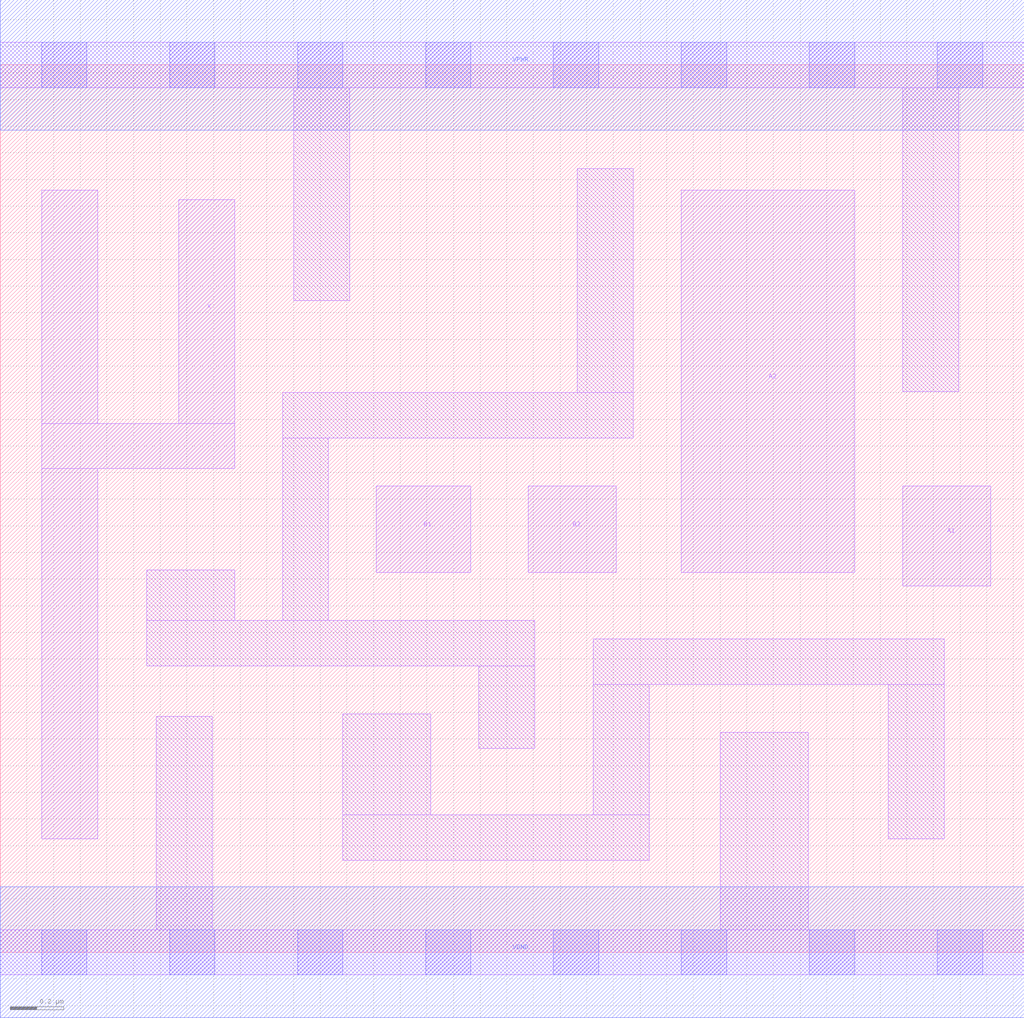
<source format=lef>
# Copyright 2020 The SkyWater PDK Authors
#
# Licensed under the Apache License, Version 2.0 (the "License");
# you may not use this file except in compliance with the License.
# You may obtain a copy of the License at
#
#     https://www.apache.org/licenses/LICENSE-2.0
#
# Unless required by applicable law or agreed to in writing, software
# distributed under the License is distributed on an "AS IS" BASIS,
# WITHOUT WARRANTIES OR CONDITIONS OF ANY KIND, either express or implied.
# See the License for the specific language governing permissions and
# limitations under the License.
#
# SPDX-License-Identifier: Apache-2.0

VERSION 5.7 ;
  NAMESCASESENSITIVE ON ;
  NOWIREEXTENSIONATPIN ON ;
  DIVIDERCHAR "/" ;
  BUSBITCHARS "[]" ;
UNITS
  DATABASE MICRONS 200 ;
END UNITS
MACRO sky130_fd_sc_lp__o22a_1
  CLASS CORE ;
  SOURCE USER ;
  FOREIGN sky130_fd_sc_lp__o22a_1 ;
  ORIGIN  0.000000  0.000000 ;
  SIZE  3.840000 BY  3.330000 ;
  SYMMETRY X Y R90 ;
  SITE unit ;
  PIN A1
    ANTENNAGATEAREA  0.315000 ;
    DIRECTION INPUT ;
    USE SIGNAL ;
    PORT
      LAYER li1 ;
        RECT 3.385000 1.375000 3.715000 1.750000 ;
    END
  END A1
  PIN A2
    ANTENNAGATEAREA  0.315000 ;
    DIRECTION INPUT ;
    USE SIGNAL ;
    PORT
      LAYER li1 ;
        RECT 2.555000 1.425000 3.205000 2.860000 ;
    END
  END A2
  PIN B1
    ANTENNAGATEAREA  0.315000 ;
    DIRECTION INPUT ;
    USE SIGNAL ;
    PORT
      LAYER li1 ;
        RECT 1.410000 1.425000 1.765000 1.750000 ;
    END
  END B1
  PIN B2
    ANTENNAGATEAREA  0.315000 ;
    DIRECTION INPUT ;
    USE SIGNAL ;
    PORT
      LAYER li1 ;
        RECT 1.980000 1.425000 2.310000 1.750000 ;
    END
  END B2
  PIN X
    ANTENNADIFFAREA  0.556500 ;
    DIRECTION OUTPUT ;
    USE SIGNAL ;
    PORT
      LAYER li1 ;
        RECT 0.155000 0.425000 0.365000 1.815000 ;
        RECT 0.155000 1.815000 0.880000 1.985000 ;
        RECT 0.155000 1.985000 0.365000 2.860000 ;
        RECT 0.670000 1.985000 0.880000 2.825000 ;
    END
  END X
  PIN VGND
    DIRECTION INOUT ;
    USE GROUND ;
    PORT
      LAYER met1 ;
        RECT 0.000000 -0.245000 3.840000 0.245000 ;
    END
  END VGND
  PIN VPWR
    DIRECTION INOUT ;
    USE POWER ;
    PORT
      LAYER met1 ;
        RECT 0.000000 3.085000 3.840000 3.575000 ;
    END
  END VPWR
  OBS
    LAYER li1 ;
      RECT 0.000000 -0.085000 3.840000 0.085000 ;
      RECT 0.000000  3.245000 3.840000 3.415000 ;
      RECT 0.550000  1.075000 2.005000 1.245000 ;
      RECT 0.550000  1.245000 0.880000 1.435000 ;
      RECT 0.585000  0.085000 0.795000 0.885000 ;
      RECT 1.060000  1.245000 1.230000 1.930000 ;
      RECT 1.060000  1.930000 2.375000 2.100000 ;
      RECT 1.100000  2.445000 1.310000 3.245000 ;
      RECT 1.285000  0.345000 2.435000 0.515000 ;
      RECT 1.285000  0.515000 1.615000 0.895000 ;
      RECT 1.795000  0.765000 2.005000 1.075000 ;
      RECT 2.165000  2.100000 2.375000 2.940000 ;
      RECT 2.225000  0.515000 2.435000 1.005000 ;
      RECT 2.225000  1.005000 3.540000 1.175000 ;
      RECT 2.700000  0.085000 3.030000 0.825000 ;
      RECT 3.330000  0.425000 3.540000 1.005000 ;
      RECT 3.385000  2.105000 3.595000 3.245000 ;
    LAYER mcon ;
      RECT 0.155000 -0.085000 0.325000 0.085000 ;
      RECT 0.155000  3.245000 0.325000 3.415000 ;
      RECT 0.635000 -0.085000 0.805000 0.085000 ;
      RECT 0.635000  3.245000 0.805000 3.415000 ;
      RECT 1.115000 -0.085000 1.285000 0.085000 ;
      RECT 1.115000  3.245000 1.285000 3.415000 ;
      RECT 1.595000 -0.085000 1.765000 0.085000 ;
      RECT 1.595000  3.245000 1.765000 3.415000 ;
      RECT 2.075000 -0.085000 2.245000 0.085000 ;
      RECT 2.075000  3.245000 2.245000 3.415000 ;
      RECT 2.555000 -0.085000 2.725000 0.085000 ;
      RECT 2.555000  3.245000 2.725000 3.415000 ;
      RECT 3.035000 -0.085000 3.205000 0.085000 ;
      RECT 3.035000  3.245000 3.205000 3.415000 ;
      RECT 3.515000 -0.085000 3.685000 0.085000 ;
      RECT 3.515000  3.245000 3.685000 3.415000 ;
  END
END sky130_fd_sc_lp__o22a_1

</source>
